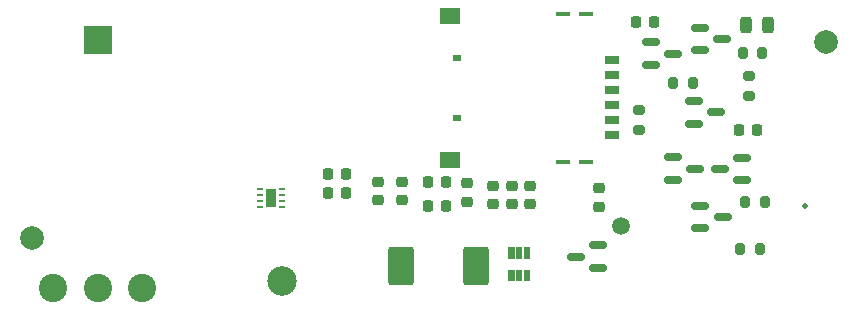
<source format=gbr>
%TF.GenerationSoftware,KiCad,Pcbnew,8.0.5*%
%TF.CreationDate,2024-10-08T13:53:17+03:00*%
%TF.ProjectId,LEXI-R422,4c455849-2d52-4343-9232-2e6b69636164,rev?*%
%TF.SameCoordinates,Original*%
%TF.FileFunction,Soldermask,Top*%
%TF.FilePolarity,Negative*%
%FSLAX46Y46*%
G04 Gerber Fmt 4.6, Leading zero omitted, Abs format (unit mm)*
G04 Created by KiCad (PCBNEW 8.0.5) date 2024-10-08 13:53:17*
%MOMM*%
%LPD*%
G01*
G04 APERTURE LIST*
G04 Aperture macros list*
%AMRoundRect*
0 Rectangle with rounded corners*
0 $1 Rounding radius*
0 $2 $3 $4 $5 $6 $7 $8 $9 X,Y pos of 4 corners*
0 Add a 4 corners polygon primitive as box body*
4,1,4,$2,$3,$4,$5,$6,$7,$8,$9,$2,$3,0*
0 Add four circle primitives for the rounded corners*
1,1,$1+$1,$2,$3*
1,1,$1+$1,$4,$5*
1,1,$1+$1,$6,$7*
1,1,$1+$1,$8,$9*
0 Add four rect primitives between the rounded corners*
20,1,$1+$1,$2,$3,$4,$5,0*
20,1,$1+$1,$4,$5,$6,$7,0*
20,1,$1+$1,$6,$7,$8,$9,0*
20,1,$1+$1,$8,$9,$2,$3,0*%
G04 Aperture macros list end*
%ADD10C,0.010000*%
%ADD11RoundRect,0.225000X0.250000X-0.225000X0.250000X0.225000X-0.250000X0.225000X-0.250000X-0.225000X0*%
%ADD12RoundRect,0.250001X-0.837499X-1.399999X0.837499X-1.399999X0.837499X1.399999X-0.837499X1.399999X0*%
%ADD13RoundRect,0.225000X-0.225000X-0.250000X0.225000X-0.250000X0.225000X0.250000X-0.225000X0.250000X0*%
%ADD14RoundRect,0.150000X-0.587500X-0.150000X0.587500X-0.150000X0.587500X0.150000X-0.587500X0.150000X0*%
%ADD15R,1.150000X0.650000*%
%ADD16R,1.300000X0.450000*%
%ADD17R,1.700000X1.400000*%
%ADD18R,0.800000X0.540000*%
%ADD19RoundRect,0.200000X-0.200000X-0.275000X0.200000X-0.275000X0.200000X0.275000X-0.200000X0.275000X0*%
%ADD20C,1.500000*%
%ADD21RoundRect,0.150000X0.587500X0.150000X-0.587500X0.150000X-0.587500X-0.150000X0.587500X-0.150000X0*%
%ADD22RoundRect,0.200000X0.200000X0.275000X-0.200000X0.275000X-0.200000X-0.275000X0.200000X-0.275000X0*%
%ADD23RoundRect,0.062500X-0.187500X-0.062500X0.187500X-0.062500X0.187500X0.062500X-0.187500X0.062500X0*%
%ADD24R,0.900000X1.600000*%
%ADD25RoundRect,0.225000X0.225000X0.250000X-0.225000X0.250000X-0.225000X-0.250000X0.225000X-0.250000X0*%
%ADD26R,2.400000X2.400000*%
%ADD27C,2.400000*%
%ADD28C,2.500000*%
%ADD29RoundRect,0.200000X0.275000X-0.200000X0.275000X0.200000X-0.275000X0.200000X-0.275000X-0.200000X0*%
%ADD30C,2.000000*%
%ADD31RoundRect,0.225000X-0.250000X0.225000X-0.250000X-0.225000X0.250000X-0.225000X0.250000X0.225000X0*%
%ADD32C,0.500000*%
%ADD33RoundRect,0.243750X-0.243750X-0.456250X0.243750X-0.456250X0.243750X0.456250X-0.243750X0.456250X0*%
G04 APERTURE END LIST*
D10*
%TO.C,D1*%
X46975000Y-800700D02*
X46524564Y-800700D01*
X46524564Y100000D01*
X46975000Y100000D01*
X46975000Y-800700D01*
G36*
X46975000Y-800700D02*
G01*
X46524564Y-800700D01*
X46524564Y100000D01*
X46975000Y100000D01*
X46975000Y-800700D01*
G37*
X46975000Y1100083D02*
X46524855Y1100083D01*
X46524855Y2000000D01*
X46975000Y2000000D01*
X46975000Y1100083D01*
G36*
X46975000Y1100083D02*
G01*
X46524855Y1100083D01*
X46524855Y2000000D01*
X46975000Y2000000D01*
X46975000Y1100083D01*
G37*
X47625000Y1100565D02*
X47174746Y1100565D01*
X47174746Y2000000D01*
X47625000Y2000000D01*
X47625000Y1100565D01*
G36*
X47625000Y1100565D02*
G01*
X47174746Y1100565D01*
X47174746Y2000000D01*
X47625000Y2000000D01*
X47625000Y1100565D01*
G37*
X47625000Y-800820D02*
X47174869Y-800820D01*
X47174869Y100000D01*
X47625000Y100000D01*
X47625000Y-800820D01*
G36*
X47625000Y-800820D02*
G01*
X47174869Y-800820D01*
X47174869Y100000D01*
X47625000Y100000D01*
X47625000Y-800820D01*
G37*
X48275000Y1100308D02*
X47825262Y1100308D01*
X47825262Y2000000D01*
X48275000Y2000000D01*
X48275000Y1100308D01*
G36*
X48275000Y1100308D02*
G01*
X47825262Y1100308D01*
X47825262Y2000000D01*
X48275000Y2000000D01*
X48275000Y1100308D01*
G37*
X48275000Y-801810D02*
X47825551Y-801810D01*
X47825551Y100000D01*
X48275000Y100000D01*
X48275000Y-801810D01*
G36*
X48275000Y-801810D02*
G01*
X47825551Y-801810D01*
X47825551Y100000D01*
X48275000Y100000D01*
X48275000Y-801810D01*
G37*
%TD*%
D11*
%TO.C,C1*%
X48400000Y5625000D03*
X48400000Y7175000D03*
%TD*%
%TO.C,C2*%
X46800000Y5625000D03*
X46800000Y7175000D03*
%TD*%
%TO.C,C3*%
X45200000Y5625000D03*
X45200000Y7175000D03*
%TD*%
%TO.C,C4*%
X54200000Y5425000D03*
X54200000Y6975000D03*
%TD*%
D12*
%TO.C,C6*%
X37412500Y400000D03*
X43787500Y400000D03*
%TD*%
D11*
%TO.C,C7*%
X37500000Y5950000D03*
X37500000Y7500000D03*
%TD*%
D13*
%TO.C,C8*%
X31250000Y8174800D03*
X32800000Y8174800D03*
%TD*%
%TO.C,C9*%
X39725000Y5500000D03*
X41275000Y5500000D03*
%TD*%
%TO.C,C10*%
X31250000Y6600000D03*
X32800000Y6600000D03*
%TD*%
%TO.C,C11*%
X39725000Y7500000D03*
X41275000Y7500000D03*
%TD*%
D11*
%TO.C,C12*%
X35500000Y5950000D03*
X35500000Y7500000D03*
%TD*%
D14*
%TO.C,Q8*%
X62725000Y20550000D03*
X62725000Y18650000D03*
X64600000Y19600000D03*
%TD*%
D15*
%TO.C,J11*%
X55295000Y12745000D03*
X55295000Y15285000D03*
X55295000Y17825000D03*
X55295000Y11475000D03*
X55295000Y14015000D03*
X55295000Y16555000D03*
D16*
X53125000Y9230000D03*
X51125000Y9230000D03*
X53125000Y21770000D03*
X51125000Y21770000D03*
D17*
X41565000Y21605000D03*
X41565000Y9395000D03*
D18*
X42145000Y12960000D03*
X42145000Y18040000D03*
%TD*%
D19*
%TO.C,R6*%
X66150000Y1800000D03*
X67800000Y1800000D03*
%TD*%
D20*
%TO.C,TP4*%
X56100000Y3800000D03*
%TD*%
D21*
%TO.C,Q5*%
X66337500Y7650000D03*
X66337500Y9550000D03*
X64462500Y8600000D03*
%TD*%
D22*
%TO.C,R7*%
X62125000Y15900000D03*
X60475000Y15900000D03*
%TD*%
D23*
%TO.C,U1*%
X25500000Y6900000D03*
X25500000Y6400000D03*
X25500000Y5900000D03*
X25500000Y5400000D03*
X27400000Y5400000D03*
X27400000Y5900000D03*
X27400000Y6400000D03*
X27400000Y6900000D03*
D24*
X26450000Y6150000D03*
%TD*%
D25*
%TO.C,C16*%
X58875000Y21090000D03*
X57325000Y21090000D03*
%TD*%
D13*
%TO.C,C17*%
X66025000Y11880000D03*
X67575000Y11880000D03*
%TD*%
D26*
%TO.C,BT1*%
X11750000Y19500000D03*
D27*
X11750000Y-1500000D03*
X15500000Y-1500000D03*
X8000000Y-1500000D03*
%TD*%
D28*
%TO.C,H1*%
X27330400Y-863600D03*
%TD*%
D19*
%TO.C,R8*%
X66575000Y5800000D03*
X68225000Y5800000D03*
%TD*%
D29*
%TO.C,R9*%
X57600000Y11950000D03*
X57600000Y13600000D03*
%TD*%
D14*
%TO.C,Q1*%
X58590000Y19330000D03*
X58590000Y17430000D03*
X60465000Y18380000D03*
%TD*%
D30*
%TO.C,FID1*%
X73400000Y19400000D03*
%TD*%
D22*
%TO.C,R2*%
X68025000Y18400000D03*
X66375000Y18400000D03*
%TD*%
D14*
%TO.C,Q2*%
X62800000Y5500000D03*
X62800000Y3600000D03*
X64675000Y4550000D03*
%TD*%
%TO.C,Q6*%
X60462500Y9600000D03*
X60462500Y7700000D03*
X62337500Y8650000D03*
%TD*%
D30*
%TO.C,FID4*%
X6223000Y2794000D03*
%TD*%
D31*
%TO.C,C15*%
X43000000Y7400000D03*
X43000000Y5850000D03*
%TD*%
D32*
%TO.C,TP1*%
X71689600Y5511800D03*
%TD*%
D33*
%TO.C,D2*%
X66662500Y20800000D03*
X68537500Y20800000D03*
%TD*%
D14*
%TO.C,Q4*%
X62262500Y14350000D03*
X62262500Y12450000D03*
X64137500Y13400000D03*
%TD*%
D29*
%TO.C,R5*%
X66910000Y14835000D03*
X66910000Y16485000D03*
%TD*%
D21*
%TO.C,Q3*%
X54137500Y250000D03*
X54137500Y2150000D03*
X52262500Y1200000D03*
%TD*%
M02*

</source>
